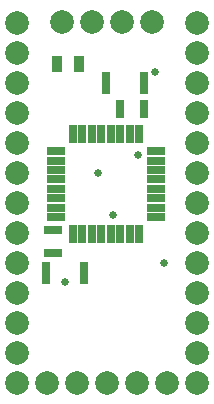
<source format=gbr>
G04 EAGLE Gerber RS-274X export*
G75*
%MOMM*%
%FSLAX34Y34*%
%LPD*%
%INSoldermask Top*%
%IPPOS*%
%AMOC8*
5,1,8,0,0,1.08239X$1,22.5*%
G01*
%ADD10R,0.727000X1.602000*%
%ADD11R,1.602000X0.727000*%
%ADD12C,2.006600*%
%ADD13R,0.927000X1.327000*%
%ADD14R,0.747000X1.597000*%
%ADD15R,1.597000X0.747000*%
%ADD16R,0.747000X1.947000*%
%ADD17C,0.652000*%


D10*
X116156Y228108D03*
X108156Y228108D03*
X100156Y228108D03*
X92156Y228108D03*
X84156Y228108D03*
X76156Y228108D03*
X68156Y228108D03*
X60156Y228108D03*
D11*
X45776Y213728D03*
X45776Y205728D03*
X45776Y197728D03*
X45776Y189728D03*
X45776Y181728D03*
X45776Y173728D03*
X45776Y165728D03*
X45776Y157728D03*
D10*
X60156Y143348D03*
X68156Y143348D03*
X76156Y143348D03*
X84156Y143348D03*
X92156Y143348D03*
X100156Y143348D03*
X108156Y143348D03*
X116156Y143348D03*
D11*
X130536Y157728D03*
X130536Y165728D03*
X130536Y173728D03*
X130536Y181728D03*
X130536Y189728D03*
X130536Y197728D03*
X130536Y205728D03*
X130536Y213728D03*
D12*
X12700Y17780D03*
X12700Y43180D03*
X12700Y68580D03*
X12700Y93980D03*
X12700Y119380D03*
X12700Y144780D03*
X12700Y170180D03*
X12700Y195580D03*
X12700Y220980D03*
X12700Y246380D03*
X12700Y271780D03*
X12700Y297180D03*
X12700Y322580D03*
X165100Y322580D03*
X165100Y297180D03*
X165100Y271780D03*
X165100Y246380D03*
X165100Y220980D03*
X165100Y195580D03*
X165100Y170180D03*
X165100Y144780D03*
X165100Y119380D03*
X165100Y93980D03*
X165100Y68580D03*
X165100Y43180D03*
X165100Y17780D03*
X139700Y17780D03*
X114300Y17780D03*
X88900Y17780D03*
X63500Y17780D03*
X38100Y17780D03*
D13*
X64862Y287510D03*
X46862Y287510D03*
D14*
X119964Y249664D03*
X99964Y249664D03*
D15*
X43180Y127160D03*
X43180Y147160D03*
D16*
X120140Y271780D03*
X88140Y271780D03*
X37340Y110490D03*
X69340Y110490D03*
D12*
X101346Y323342D03*
X126746Y323342D03*
X51054Y322834D03*
X76454Y322834D03*
D17*
X129540Y280670D03*
X53340Y102870D03*
X81280Y195580D03*
X115570Y210820D03*
X93980Y160020D03*
X137160Y119380D03*
M02*

</source>
